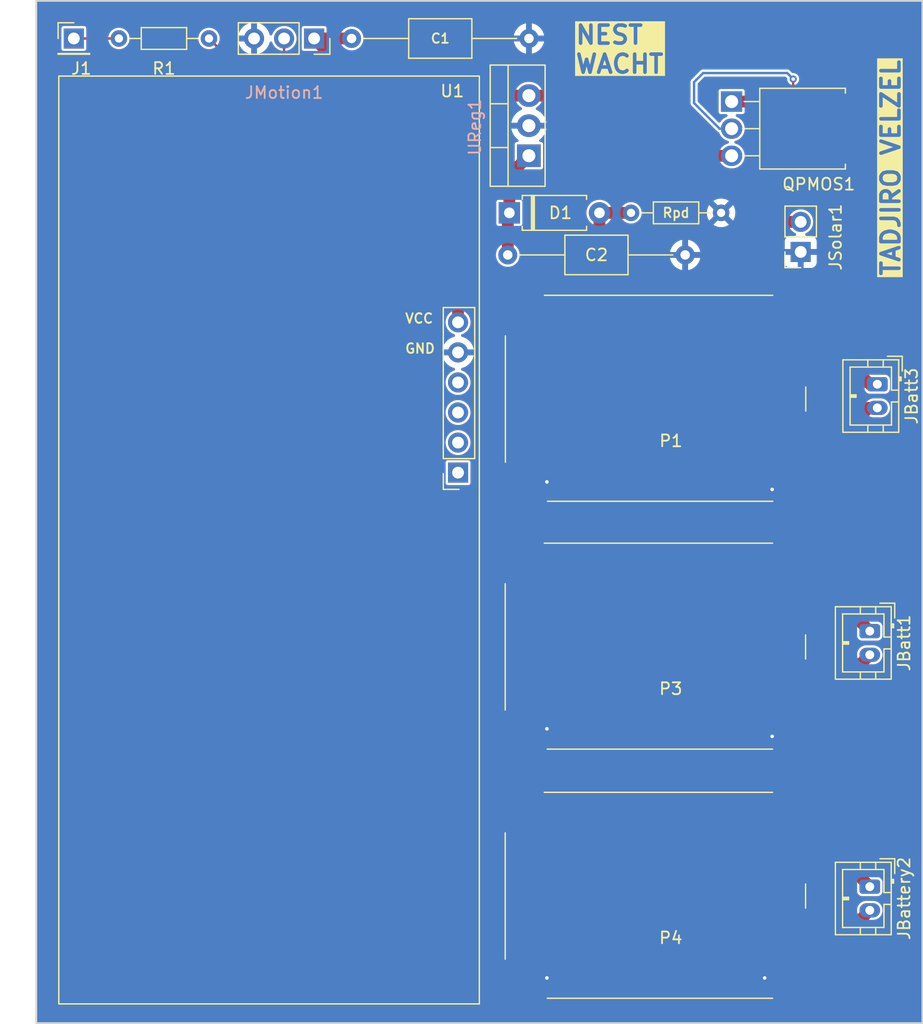
<source format=kicad_pcb>
(kicad_pcb (version 20240108) (generator "pcbnew") (generator_version "8.0")
  (layers (0 "F.Cu" signal "Front") (31 "B.Cu" signal "Back") (34 "B.Paste" user) (35 "F.Paste" user) (36 "B.SilkS" user "B.Silkscreen") (37 "F.SilkS" user "F.Silkscreen") (38 "B.Mask" user) (39 "F.Mask" user) (44 "Edge.Cuts" user))
  (net 0 "")
  (net 1 "Net-(D1-K)")
  (net 2 "/Power Supply/VSolar")
  (net 3 "Net-(JBatt1-Pin_2)")
  (net 4 "Net-(JBatt1-Pin_1)")
  (net 5 "Net-(JBatt3-Pin_2)")
  (net 6 "Net-(JBatt3-Pin_1)")
  (net 7 "Net-(JBattery2-Pin_2)")
  (net 8 "Net-(JBattery2-Pin_1)")
  (net 9 "GND")
  (net 10 "/Power Supply/Vbat")
  (net 11 "/Sensors and microcontrollers/Motion_out")
  (net 13 "Vcc")
  (net 14 "Net-(JMotion1-Pin_2)")
  (footprint "Package_TO_SOT_THT:TO-220-3_Vertical" (layer "F.Cu") (at 109.601 48.006 90)
    (property "Reference" "UReg1" (at 2.413 -4.572 270) (layer "B.SilkS"))
    (property "Value" "LD1117")
    (fp_line (start 7.66 -3.27) (end 7.66 1.371) (stroke (width 0.12)) (layer "F.SilkS"))
    (fp_line (start 4.391 -3.27) (end 4.391 -1.76) (stroke (width 0.12)) (layer "F.SilkS"))
    (fp_line (start 0.69 -3.27) (end 0.69 -1.76) (stroke (width 0.12)) (layer "F.SilkS"))
    (fp_line (start -2.58 -3.27) (end 7.66 -3.27) (stroke (width 0.12)) (layer "F.SilkS"))
    (fp_line (start -2.58 -3.27) (end -2.58 1.371) (stroke (width 0.12)) (layer "F.SilkS"))
    (fp_line (start -2.58 -1.76) (end 7.66 -1.76) (stroke (width 0.12)) (layer "F.SilkS"))
    (fp_line (start -2.58 1.371) (end 7.66 1.371) (stroke (width 0.12)) (layer "F.SilkS"))
    (pad "1" thru_hole rect (at 0 0 90) (size 1.905 2) (drill 1.1) (layers "*.Cu" "*.Mask") (net 1 "Net-(D1-K)"))
    (pad "2" thru_hole oval (at 2.54 0 90) (size 1.905 2) (drill 1.1) (layers "*.Cu" "*.Mask") (net 9 "GND"))
    (pad "3" thru_hole oval (at 5.08 0 90) (size 1.905 2) (drill 1.1) (layers "*.Cu" "*.Mask") (net 13 "Vcc"))
  )
  (footprint "components:TP4056breakout" (layer "F.Cu") (at 107.6 98.14)
    (property "Reference" "P3" (at 14 -5.1 0) (layer "F.SilkS"))
    (property "Value" "TP4056breakout")
    (fp_line (start 0 -13.97) (end 0 -3.302) (stroke (width 0.12)) (layer "F.SilkS"))
    (fp_line (start 3.556 0) (end 22.606 0) (stroke (width 0.12)) (layer "F.SilkS"))
    (fp_line (start 22.606 -17.4) (end 3.302 -17.4) (stroke (width 0.12)) (layer "F.SilkS"))
    (fp_line (start 25.4 -7.62) (end 25.4 -9.652) (stroke (width 0.12)) (layer "F.SilkS"))
    (pad "1" smd rect (at 1 -16.4) (size 4 4) (layers "F.Cu" "F.Paste" "F.Mask") (net 2 "/Power Supply/VSolar"))
    (pad "2" smd rect (at 1 -1) (size 4 4) (layers "F.Cu" "F.Paste" "F.Mask") (net 9 "GND"))
    (pad "3" smd rect (at 25.1 -16.4) (size 4 4) (layers "F.Cu" "F.Paste" "F.Mask") (net 10 "/Power Supply/Vbat"))
    (pad "4" smd rect (at 25.1 -12) (size 4 4) (layers "F.Cu" "F.Paste" "F.Mask") (net 4 "Net-(JBatt1-Pin_1)"))
    (pad "5" smd rect (at 25.1 -5.4) (size 4 4) (layers "F.Cu" "F.Paste" "F.Mask") (net 3 "Net-(JBatt1-Pin_2)"))
    (pad "6" smd rect (at 25.1 -1) (size 4 4) (layers "F.Cu" "F.Paste" "F.Mask") (net 9 "GND"))
  )
  (footprint "Resistor_THT:R_Axial_DIN0204_L3.6mm_D1.6mm_P7.62mm_Horizontal" (layer "F.Cu") (at 125.857 52.832 180)
    (property "Reference" "Rpd" (at 3.81 0 180) (layer "F.SilkS") (effects (font (size 0.8 0.8))))
    (property "Value" "47k")
    (fp_line (start 6.68 0) (end 5.73 0) (stroke (width 0.12)) (layer "F.SilkS"))
    (fp_line (start 5.73 0.92) (end 5.73 -0.92) (stroke (width 0.12)) (layer "F.SilkS"))
    (fp_line (start 5.73 -0.92) (end 1.89 -0.92) (stroke (width 0.12)) (layer "F.SilkS"))
    (fp_line (start 1.89 0.92) (end 5.73 0.92) (stroke (width 0.12)) (layer "F.SilkS"))
    (fp_line (start 1.89 -0.92) (end 1.89 0.92) (stroke (width 0.12)) (layer "F.SilkS"))
    (fp_line (start 0.94 0) (end 1.89 0) (stroke (width 0.12)) (layer "F.SilkS"))
    (pad "1" thru_hole circle (at 0 0 180) (size 1.4 1.4) (drill 0.7) (layers "*.Cu" "*.Mask") (net 9 "GND"))
    (pad "2" thru_hole oval (at 7.62 0 180) (size 1.4 1.4) (drill 0.7) (layers "*.Cu" "*.Mask") (net 2 "/Power Supply/VSolar"))
  )
  (footprint "Connector_PinSocket_2.54mm:PinSocket_1x03_P2.54mm_Vertical" (layer "F.Cu") (at 91.44 38.1 -90)
    (property "Reference" "JMotion1" (at 4.572 2.54 180) (layer "B.SilkS"))
    (property "Value" "-")
    (fp_line (start -1.33 6.41) (end 1.33 6.41) (stroke (width 0.12)) (layer "F.SilkS"))
    (fp_line (start -1.33 1.27) (end -1.33 6.41) (stroke (width 0.12)) (layer "F.SilkS"))
    (fp_line (start -1.33 1.27) (end 1.33 1.27) (stroke (width 0.12)) (layer "F.SilkS"))
    (fp_line (start 1.33 1.27) (end 1.33 6.41) (stroke (width 0.12)) (layer "F.SilkS"))
    (fp_line (start 0 -1.33) (end 1.33 -1.33) (stroke (width 0.12)) (layer "F.SilkS"))
    (fp_line (start 1.33 -1.33) (end 1.33 0) (stroke (width 0.12)) (layer "F.SilkS"))
    (pad "1" thru_hole rect (at 0 0 270) (size 1.7 1.7) (drill 1) (layers "*.Cu" "*.Mask") (net 13 "Vcc"))
    (pad "2" thru_hole oval (at 0 2.54 270) (size 1.7 1.7) (drill 1) (layers "*.Cu" "*.Mask") (net 14 "Net-(JMotion1-Pin_2)"))
    (pad "3" thru_hole oval (at 0 5.08 270) (size 1.7 1.7) (drill 1) (layers "*.Cu" "*.Mask") (net 9 "GND"))
  )
  (footprint "Transistors:TSM680P06CH" (layer "F.Cu") (at 126.746 43.43 -90)
    (property "Reference" "QPMOS1" (at 6.985 -7.366 180) (layer "F.SilkS"))
    (property "Value" "TSM680P06CH")
    (fp_line (start -1.12 -2.38) (end 5.7 -2.38) (stroke (width 0.12)) (layer "F.SilkS"))
    (fp_line (start 0 -2.38) (end 0 -1.05) (stroke (width 0.12)) (layer "F.SilkS"))
    (fp_line (start 2.29 -2.38) (end 2.29 -1.05) (stroke (width 0.12)) (layer "F.SilkS"))
    (fp_line (start 4.58 -2.38) (end 4.58 -1.05) (stroke (width 0.12)) (layer "F.SilkS"))
    (fp_line (start -1.12 -9.62) (end -1.12 -2.38) (stroke (width 0.12)) (layer "F.SilkS"))
    (fp_line (start -1.12 -9.62) (end -0.711 -9.62) (stroke (width 0.12)) (layer "F.SilkS"))
    (fp_line (start 5.291 -9.62) (end 5.7 -9.62) (stroke (width 0.12)) (layer "F.SilkS"))
    (fp_line (start 5.7 -9.62) (end 5.7 -2.38) (stroke (width 0.12)) (layer "F.SilkS"))
    (pad "1" thru_hole rect (at 0 0 270) (size 1.7175 1.8) (drill 1.1) (layers "*.Cu" "*.Mask") (net 2 "/Power Supply/VSolar"))
    (pad "2" smd rect (at 2.29 -7.433333 270) (size 5.7 6.2) (layers "F.Cu" "F.Paste" "F.Mask") (net 10 "/Power Supply/Vbat"))
    (pad "2" thru_hole oval (at 2.29 0 270) (size 1.7175 1.8) (drill 1.1) (layers "*.Cu" "*.Mask") (net 10 "/Power Supply/Vbat"))
    (pad "3" thru_hole oval (at 4.58 0 270) (size 1.7175 1.8) (drill 1.1) (layers "*.Cu" "*.Mask") (net 13 "Vcc"))
  )
  (footprint "Connector_JST:JST_PH_B2B-PH-K_1x02_P2.00mm_Vertical" (layer "F.Cu") (at 138.43 88.17 -90)
    (property "Reference" "JBatt1" (at 1 -2.9 90) (layer "F.SilkS"))
    (property "Value" "Batt3")
    (fp_line (start -2.06 2.91) (end 4.06 2.91) (stroke (width 0.12)) (layer "F.SilkS"))
    (fp_line (start 4.06 2.91) (end 4.06 -1.81) (stroke (width 0.12)) (layer "F.SilkS"))
    (fp_line (start -1.45 2.3) (end 3.45 2.3) (stroke (width 0.12)) (layer "F.SilkS"))
    (fp_line (start 0.9 2.3) (end 0.9 1.8) (stroke (width 0.12)) (layer "F.SilkS"))
    (fp_line (start 1 2.3) (end 1 1.8) (stroke (width 0.12)) (layer "F.SilkS"))
    (fp_line (start 3.45 2.3) (end 3.45 -1.2) (stroke (width 0.12)) (layer "F.SilkS"))
    (fp_line (start 0.9 1.8) (end 1.1 1.8) (stroke (width 0.12)) (layer "F.SilkS"))
    (fp_line (start 1.1 1.8) (end 1.1 2.3) (stroke (width 0.12)) (layer "F.SilkS"))
    (fp_line (start -2.06 0.8) (end -1.45 0.8) (stroke (width 0.12)) (layer "F.SilkS"))
    (fp_line (start 4.06 0.8) (end 3.45 0.8) (stroke (width 0.12)) (layer "F.SilkS"))
    (fp_line (start -2.06 -0.5) (end -1.45 -0.5) (stroke (width 0.12)) (layer "F.SilkS"))
    (fp_line (start 4.06 -0.5) (end 3.45 -0.5) (stroke (width 0.12)) (layer "F.SilkS"))
    (fp_line (start -1.45 -1.2) (end -1.45 2.3) (stroke (width 0.12)) (layer "F.SilkS"))
    (fp_line (start 0.5 -1.2) (end -1.45 -1.2) (stroke (width 0.12)) (layer "F.SilkS"))
    (fp_line (start 1.5 -1.2) (end 1.5 -1.81) (stroke (width 0.12)) (layer "F.SilkS"))
    (fp_line (start 3.45 -1.2) (end 1.5 -1.2) (stroke (width 0.12)) (layer "F.SilkS"))
    (fp_line (start -2.06 -1.81) (end -2.06 2.91) (stroke (width 0.12)) (layer "F.SilkS"))
    (fp_line (start -0.3 -1.81) (end -0.3 -2.01) (stroke (width 0.12)) (layer "F.SilkS"))
    (fp_line (start 0.5 -1.81) (end 0.5 -1.2) (stroke (width 0.12)) (layer "F.SilkS"))
    (fp_line (start 4.06 -1.81) (end -2.06 -1.81) (stroke (width 0.12)) (layer "F.SilkS"))
    (fp_line (start -0.3 -1.91) (end -0.6 -1.91) (stroke (width 0.12)) (layer "F.SilkS"))
    (fp_line (start -0.6 -2.01) (end -0.6 -1.81) (stroke (width 0.12)) (layer "F.SilkS"))
    (fp_line (start -0.3 -2.01) (end -0.6 -2.01) (stroke (width 0.12)) (layer "F.SilkS"))
    (fp_line (start -2.36 -2.11) (end -2.36 -0.86) (stroke (width 0.12)) (layer "F.SilkS"))
    (fp_line (start -1.11 -2.11) (end -2.36 -2.11) (stroke (width 0.12)) (layer "F.SilkS"))
    (pad "1" thru_hole roundrect (at 0 0 270) (size 1.2 1.75) (drill 0.75) (layers "*.Cu" "*.Mask") (roundrect_rratio 0.208333) (net 4 "Net-(JBatt1-Pin_1)"))
    (pad "2" thru_hole oval (at 2 0 270) (size 1.2 1.75) (drill 0.75) (layers "*.Cu" "*.Mask") (net 3 "Net-(JBatt1-Pin_2)"))
  )
  (footprint "Connector_JST:JST_PH_B2B-PH-K_1x02_P2.00mm_Vertical" (layer "F.Cu") (at 139.065 67.31 -90)
    (property "Reference" "JBatt3" (at 1 -2.9 90) (layer "F.SilkS"))
    (property "Value" "Batt1")
    (fp_line (start -2.06 2.91) (end 4.06 2.91) (stroke (width 0.12)) (layer "F.SilkS"))
    (fp_line (start 4.06 2.91) (end 4.06 -1.81) (stroke (width 0.12)) (layer "F.SilkS"))
    (fp_line (start -1.45 2.3) (end 3.45 2.3) (stroke (width 0.12)) (layer "F.SilkS"))
    (fp_line (start 0.9 2.3) (end 0.9 1.8) (stroke (width 0.12)) (layer "F.SilkS"))
    (fp_line (start 1 2.3) (end 1 1.8) (stroke (width 0.12)) (layer "F.SilkS"))
    (fp_line (start 3.45 2.3) (end 3.45 -1.2) (stroke (width 0.12)) (layer "F.SilkS"))
    (fp_line (start 0.9 1.8) (end 1.1 1.8) (stroke (width 0.12)) (layer "F.SilkS"))
    (fp_line (start 1.1 1.8) (end 1.1 2.3) (stroke (width 0.12)) (layer "F.SilkS"))
    (fp_line (start -2.06 0.8) (end -1.45 0.8) (stroke (width 0.12)) (layer "F.SilkS"))
    (fp_line (start 4.06 0.8) (end 3.45 0.8) (stroke (width 0.12)) (layer "F.SilkS"))
    (fp_line (start -2.06 -0.5) (end -1.45 -0.5) (stroke (width 0.12)) (layer "F.SilkS"))
    (fp_line (start 4.06 -0.5) (end 3.45 -0.5) (stroke (width 0.12)) (layer "F.SilkS"))
    (fp_line (start -1.45 -1.2) (end -1.45 2.3) (stroke (width 0.12)) (layer "F.SilkS"))
    (fp_line (start 0.5 -1.2) (end -1.45 -1.2) (stroke (width 0.12)) (layer "F.SilkS"))
    (fp_line (start 1.5 -1.2) (end 1.5 -1.81) (stroke (width 0.12)) (layer "F.SilkS"))
    (fp_line (start 3.45 -1.2) (end 1.5 -1.2) (stroke (width 0.12)) (layer "F.SilkS"))
    (fp_line (start -2.06 -1.81) (end -2.06 2.91) (stroke (width 0.12)) (layer "F.SilkS"))
    (fp_line (start -0.3 -1.81) (end -0.3 -2.01) (stroke (width 0.12)) (layer "F.SilkS"))
    (fp_line (start 0.5 -1.81) (end 0.5 -1.2) (stroke (width 0.12)) (layer "F.SilkS"))
    (fp_line (start 4.06 -1.81) (end -2.06 -1.81) (stroke (width 0.12)) (layer "F.SilkS"))
    (fp_line (start -0.3 -1.91) (end -0.6 -1.91) (stroke (width 0.12)) (layer "F.SilkS"))
    (fp_line (start -0.6 -2.01) (end -0.6 -1.81) (stroke (width 0.12)) (layer "F.SilkS"))
    (fp_line (start -0.3 -2.01) (end -0.6 -2.01) (stroke (width 0.12)) (layer "F.SilkS"))
    (fp_line (start -2.36 -2.11) (end -2.36 -0.86) (stroke (width 0.12)) (layer "F.SilkS"))
    (fp_line (start -1.11 -2.11) (end -2.36 -2.11) (stroke (width 0.12)) (layer "F.SilkS"))
    (pad "1" thru_hole roundrect (at 0 0 270) (size 1.2 1.75) (drill 0.75) (layers "*.Cu" "*.Mask") (roundrect_rratio 0.208333) (net 6 "Net-(JBatt3-Pin_1)"))
    (pad "2" thru_hole oval (at 2 0 270) (size 1.2 1.75) (drill 0.75) (layers "*.Cu" "*.Mask") (net 5 "Net-(JBatt3-Pin_2)"))
  )
  (footprint "Capacitor_THT:C_Axial_L5.1mm_D3.1mm_P15.00mm_Horizontal" (layer "F.Cu") (at 94.608 38.1)
    (property "Reference" "C1" (at 7.5 0 0) (layer "F.SilkS") (effects (font (size 0.8 0.8))))
    (property "Value" "100u")
    (fp_line (start 1.04 0) (end 4.83 0) (stroke (width 0.12)) (layer "F.SilkS"))
    (fp_line (start 4.83 -1.67) (end 4.83 1.67) (stroke (width 0.12)) (layer "F.SilkS"))
    (fp_line (start 4.83 1.67) (end 10.17 1.67) (stroke (width 0.12)) (layer "F.SilkS"))
    (fp_line (start 10.17 -1.67) (end 4.83 -1.67) (stroke (width 0.12)) (layer "F.SilkS"))
    (fp_line (start 10.17 1.67) (end 10.17 -1.67) (stroke (width 0.12)) (layer "F.SilkS"))
    (fp_line (start 13.96 0) (end 10.17 0) (stroke (width 0.12)) (layer "F.SilkS"))
    (pad "1" thru_hole circle (at 0 0) (size 1.6 1.6) (drill 0.8) (layers "*.Cu" "*.Mask") (net 13 "Vcc"))
    (pad "2" thru_hole oval (at 15 0) (size 1.6 1.6) (drill 0.8) (layers "*.Cu" "*.Mask") (net 9 "GND"))
  )
  (footprint "Resistor_THT:R_Axial_DIN0204_L3.6mm_D1.6mm_P7.62mm_Horizontal" (layer "F.Cu") (at 74.93 38.1)
    (property "Reference" "R1" (at 3.81 2.54 0) (layer "F.SilkS"))
    (property "Value" "4.7k")
    (fp_line (start 0.94 0) (end 1.89 0) (stroke (width 0.12)) (layer "F.SilkS"))
    (fp_line (start 1.89 -0.92) (end 1.89 0.92) (stroke (width 0.12)) (layer "F.SilkS"))
    (fp_line (start 1.89 0.92) (end 5.73 0.92) (stroke (width 0.12)) (layer "F.SilkS"))
    (fp_line (start 5.73 -0.92) (end 1.89 -0.92) (stroke (width 0.12)) (layer "F.SilkS"))
    (fp_line (start 5.73 0.92) (end 5.73 -0.92) (stroke (width 0.12)) (layer "F.SilkS"))
    (fp_line (start 6.68 0) (end 5.73 0) (stroke (width 0.12)) (layer "F.SilkS"))
    (pad "1" thru_hole circle (at 0 0) (size 1.4 1.4) (drill 0.7) (layers "*.Cu" "*.Mask") (net 11 "/Sensors and microcontrollers/Motion_out"))
    (pad "2" thru_hole oval (at 7.62 0) (size 1.4 1.4) (drill 0.7) (layers "*.Cu" "*.Mask") (net 14 "Net-(JMotion1-Pin_2)"))
  )
  (footprint "components:TP4056breakout" (layer "F.Cu") (at 107.6 119.19)
    (property "Reference" "P4" (at 14 -5.1 0) (layer "F.SilkS"))
    (property "Value" "TP4056breakout")
    (fp_line (start 0 -13.97) (end 0 -3.302) (stroke (width 0.12)) (layer "F.SilkS"))
    (fp_line (start 3.556 0) (end 22.606 0) (stroke (width 0.12)) (layer "F.SilkS"))
    (fp_line (start 22.606 -17.4) (end 3.302 -17.4) (stroke (width 0.12)) (layer "F.SilkS"))
    (fp_line (start 25.4 -7.62) (end 25.4 -9.652) (stroke (width 0.12)) (layer "F.SilkS"))
    (pad "1" smd rect (at 1 -16.4) (size 4 4) (layers "F.Cu" "F.Paste" "F.Mask") (net 2 "/Power Supply/VSolar"))
    (pad "2" smd rect (at 1 -1) (size 4 4) (layers "F.Cu" "F.Paste" "F.Mask") (net 9 "GND"))
    (pad "3" smd rect (at 25.1 -16.4) (size 4 4) (layers "F.Cu" "F.Paste" "F.Mask") (net 10 "/Power Supply/Vbat"))
    (pad "4" smd rect (at 25.1 -12) (size 4 4) (layers "F.Cu" "F.Paste" "F.Mask") (net 8 "Net-(JBattery2-Pin_1)"))
    (pad "5" smd rect (at 25.1 -5.4) (size 4 4) (layers "F.Cu" "F.Paste" "F.Mask") (net 7 "Net-(JBattery2-Pin_2)"))
    (pad "6" smd rect (at 25.1 -1) (size 4 4) (layers "F.Cu" "F.Paste" "F.Mask") (net 9 "GND"))
  )
  (footprint "Connector_PinHeader_2.54mm:PinHeader_1x01_P2.54mm_Vertical" (layer "F.Cu") (at 71.12 38.1)
    (property "Reference" "J1" (at 0.635 2.54 0) (layer "F.SilkS"))
    (property "Value" "Conn_01x01_Pin")
    (fp_line (start -1.33 -1.33) (end 0 -1.33) (stroke (width 0.12)) (layer "F.SilkS"))
    (fp_line (start -1.33 0) (end -1.33 -1.33) (stroke (width 0.12)) (layer "F.SilkS"))
    (fp_line (start -1.33 1.27) (end -1.33 1.33) (stroke (width 0.12)) (layer "F.SilkS"))
    (fp_line (start -1.33 1.27) (end 1.33 1.27) (stroke (width 0.12)) (layer "F.SilkS"))
    (fp_line (start -1.33 1.33) (end 1.33 1.33) (stroke (width 0.12)) (layer "F.SilkS"))
    (fp_line (start 1.33 1.27) (end 1.33 1.33) (stroke (width 0.12)) (layer "F.SilkS"))
    (pad "1" thru_hole rect (at 0 0) (size 1.7 1.7) (drill 1) (layers "*.Cu" "*.Mask") (net 11 "/Sensors and microcontrollers/Motion_out"))
  )
  (footprint "Capacitor_THT:C_Axial_L5.1mm_D3.1mm_P15.00mm_Horizontal" (layer "F.Cu") (at 107.816 56.388)
    (property "Reference" "C2" (at 7.5 0 0) (layer "F.SilkS"))
    (property "Value" "10u")
    (fp_line (start 1.04 0) (end 4.83 0) (stroke (width 0.12)) (layer "F.SilkS"))
    (fp_line (start 4.83 -1.67) (end 4.83 1.67) (stroke (width 0.12)) (layer "F.SilkS"))
    (fp_line (start 4.83 1.67) (end 10.17 1.67) (stroke (width 0.12)) (layer "F.SilkS"))
    (fp_line (start 10.17 -1.67) (end 4.83 -1.67) (stroke (width 0.12)) (layer "F.SilkS"))
    (fp_line (start 10.17 1.67) (end 10.17 -1.67) (stroke (width 0.12)) (layer "F.SilkS"))
    (fp_line (start 13.96 0) (end 10.17 0) (stroke (width 0.12)) (layer "F.SilkS"))
    (pad "1" thru_hole circle (at 0 0) (size 1.6 1.6) (drill 0.8) (layers "*.Cu" "*.Mask") (net 1 "Net-(D1-K)"))
    (pad "2" thru_hole oval (at 15 0) (size 1.6 1.6) (drill 0.8) (layers "*.Cu" "*.Mask") (net 9 "GND"))
  )
  (footprint "LilyGo:TSimCam" (layer "F.Cu") (at 105.41 41.275 180)
    (property "Reference" "U1" (at 2.286 -1.27 0) (layer "F.SilkS"))
    (property "Value" "T-simcam")
    (fp_line (start 3.048 -32.318) (end 3.048 -19.558) (stroke (width 0.12)) (layer "F.SilkS"))
    (fp_line (start 3.048 -34.918) (end 3.048 -33.588) (stroke (width 0.12)) (layer "F.SilkS"))
    (fp_line (start 1.718 -34.918) (end 3.048 -34.918) (stroke (width 0.12)) (layer "F.SilkS"))
    (fp_line (start 0.388 -19.558) (end 3.048 -19.558) (stroke (width 0.12)) (layer "F.SilkS"))
    (fp_line (start 0.388 -32.318) (end 3.048 -32.318) (stroke (width 0.12)) (layer "F.SilkS"))
    (fp_line (start 0.388 -32.318) (end 0.388 -19.558) (stroke (width 0.12)) (layer "F.SilkS"))
    (fp_rect (start 0 -78.392) (end 35.56 0) (stroke (width 0.12)) (fill none) (layer "F.SilkS"))
    (pad "1" thru_hole rect (at 1.8 -33.506 180) (size 1.7 1.7) (drill 1) (layers "*.Cu" "*.Mask"))
    (pad "2" thru_hole oval (at 1.8 -30.966 180) (size 1.7 1.7) (drill 1) (layers "*.Cu" "*.Mask"))
    (pad "3" thru_hole oval (at 1.8 -28.426 180) (size 1.7 1.7) (drill 1) (layers "*.Cu" "*.Mask"))
    (pad "4" thru_hole oval (at 1.8 -25.886 180) (size 1.7 1.7) (drill 1) (layers "*.Cu" "*.Mask"))
    (pad "5" thru_hole oval (at 1.8 -23.346 180) (size 1.7 1.7) (drill 1) (layers "*.Cu" "*.Mask") (net 9 "GND"))
    (pad "6" thru_hole oval (at 1.8 -20.806 180) (size 1.7 1.7) (drill 1) (layers "*.Cu" "*.Mask") (net 13 "Vcc"))
  )
  (footprint "Diode_THT:D_A-405_P7.62mm_Horizontal" (layer "F.Cu") (at 107.95 52.832)
    (property "Reference" "D1" (at 4.318 0 0) (layer "F.SilkS"))
    (property "Value" "D_Schot")
    (fp_line (start 1.09 -1.47) (end 6.53 -1.47) (stroke (width 0.12)) (layer "F.SilkS"))
    (fp_line (start 1.09 -1.14) (end 1.09 -1.47) (stroke (width 0.12)) (layer "F.SilkS"))
    (fp_line (start 1.09 1.14) (end 1.09 1.47) (stroke (width 0.12)) (layer "F.SilkS"))
    (fp_line (start 1.09 1.47) (end 6.53 1.47) (stroke (width 0.12)) (layer "F.SilkS"))
    (fp_line (start 1.87 -1.47) (end 1.87 1.47) (stroke (width 0.12)) (layer "F.SilkS"))
    (fp_line (start 1.99 -1.47) (end 1.99 1.47) (stroke (width 0.12)) (layer "F.SilkS"))
    (fp_line (start 2.11 -1.47) (end 2.11 1.47) (stroke (width 0.12)) (layer "F.SilkS"))
    (fp_line (start 6.53 -1.47) (end 6.53 -1.14) (stroke (width 0.12)) (layer "F.SilkS"))
    (fp_line (start 6.53 1.47) (end 6.53 1.14) (stroke (width 0.12)) (layer "F.SilkS"))
    (pad "1" thru_hole rect (at 0 0) (size 1.8 1.8) (drill 0.9) (layers "*.Cu" "*.Mask") (net 1 "Net-(D1-K)"))
    (pad "2" thru_hole oval (at 7.62 0) (size 1.8 1.8) (drill 0.9) (layers "*.Cu" "*.Mask") (net 2 "/Power Supply/VSolar"))
  )
  (footprint "Connector_JST:JST_PH_B2B-PH-K_1x02_P2.00mm_Vertical" (layer "F.Cu") (at 138.43 109.76 -90)
    (property "Reference" "JBattery2" (at 1 -2.9 90) (layer "F.SilkS"))
    (property "Value" "JBatt2")
    (fp_line (start -2.06 2.91) (end 4.06 2.91) (stroke (width 0.12)) (layer "F.SilkS"))
    (fp_line (start 4.06 2.91) (end 4.06 -1.81) (stroke (width 0.12)) (layer "F.SilkS"))
    (fp_line (start -1.45 2.3) (end 3.45 2.3) (stroke (width 0.12)) (layer "F.SilkS"))
    (fp_line (start 0.9 2.3) (end 0.9 1.8) (stroke (width 0.12)) (layer "F.SilkS"))
    (fp_line (start 1 2.3) (end 1 1.8) (stroke (width 0.12)) (layer "F.SilkS"))
    (fp_line (start 3.45 2.3) (end 3.45 -1.2) (stroke (width 0.12)) (layer "F.SilkS"))
    (fp_line (start 0.9 1.8) (end 1.1 1.8) (stroke (width 0.12)) (layer "F.SilkS"))
    (fp_line (start 1.1 1.8) (end 1.1 2.3) (stroke (width 0.12)) (layer "F.SilkS"))
    (fp_line (start -2.06 0.8) (end -1.45 0.8) (stroke (width 0.12)) (layer "F.SilkS"))
    (fp_line (start 4.06 0.8) (end 3.45 0.8) (stroke (width 0.12)) (layer "F.SilkS"))
    (fp_line (start -2.06 -0.5) (end -1.45 -0.5) (stroke (width 0.12)) (layer "F.SilkS"))
    (fp_line (start 4.06 -0.5) (end 3.45 -0.5) (stroke (width 0.12)) (layer "F.SilkS"))
    (fp_line (start -1.45 -1.2) (end -1.45 2.3) (stroke (width 0.12)) (layer "F.SilkS"))
    (fp_line (start 0.5 -1.2) (end -1.45 -1.2) (stroke (width 0.12)) (layer "F.SilkS"))
    (fp_line (start 1.5 -1.2) (end 1.5 -1.81) (stroke (width 0.12)) (layer "F.SilkS"))
    (fp_line (start 3.45 -1.2) (end 1.5 -1.2) (stroke (width 0.12)) (layer "F.SilkS"))
    (fp_line (start -2.06 -1.81) (end -2.06 2.91) (stroke (width 0.12)) (layer "F.SilkS"))
    (fp_line (start -0.3 -1.81) (end -0.3 -2.01) (stroke (width 0.12)) (layer "F.SilkS"))
    (fp_line (start 0.5 -1.81) (end 0.5 -1.2) (stroke (width 0.12)) (layer "F.SilkS"))
    (fp_line (start 4.06 -1.81) (end -2.06 -1.81) (stroke (width 0.12)) (layer "F.SilkS"))
    (fp_line (start -0.3 -1.91) (end -0.6 -1.91) (stroke (width 0.12)) (layer "F.SilkS"))
    (fp_line (start -0.6 -2.01) (end -0.6 -1.81) (stroke (width 0.12)) (layer "F.SilkS"))
    (fp_line (start -0.3 -2.01) (end -0.6 -2.01) (stroke (width 0.12)) (layer "F.SilkS"))
    (fp_line (start -2.36 -2.11) (end -2.36 -0.86) (stroke (width 0.12)) (layer "F.SilkS"))
    (fp_line (start -1.11 -2.11) (end -2.36 -2.11) (stroke (width 0.12)) (layer "F.SilkS"))
    (pad "1" thru_hole roundrect (at 0 0 270) (size 1.2 1.75) (drill 0.75) (layers "*.Cu" "*.Mask") (roundrect_rratio 0.208333) (net 8 "Net-(JBattery2-Pin_1)"))
    (pad "2" thru_hole oval (at 2 0 270) (size 1.2 1.75) (drill 0.75) (layers "*.Cu" "*.Mask") (net 7 "Net-(JBattery2-Pin_2)"))
  )
  (footprint "components:TP4056breakout" (layer "F.Cu") (at 107.615 77.2)
    (property "Reference" "P1" (at 14 -5.1 0) (layer "F.SilkS"))
    (property "Value" "TP4056breakout")
    (fp_line (start 0 -13.97) (end 0 -3.302) (stroke (width 0.12)) (layer "F.SilkS"))
    (fp_line (start 3.556 0) (end 22.606 0) (stroke (width 0.12)) (layer "F.SilkS"))
    (fp_line (start 22.606 -17.4) (end 3.302 -17.4) (stroke (width 0.12)) (layer "F.SilkS"))
    (fp_line (start 25.4 -7.62) (end 25.4 -9.652) (stroke (width 0.12)) (layer "F.SilkS"))
    (pad "1" smd rect (at 1 -16.4) (size 4 4) (layers "F.Cu" "F.Paste" "F.Mask") (net 2 "/Power Supply/VSolar"))
    (pad "2" smd rect (at 1 -1) (size 4 4) (layers "F.Cu" "F.Paste" "F.Mask") (net 9 "GND"))
    (pad "3" smd rect (at 25.1 -16.4) (size 4 4) (layers "F.Cu" "F.Paste" "F.Mask") (net 10 "/Power Supply/Vbat"))
    (pad "4" smd rect (at 25.1 -12) (size 4 4) (layers "F.Cu" "F.Paste" "F.Mask") (net 6 "Net-(JBatt3-Pin_1)"))
    (pad "5" smd rect (at 25.1 -5.4) (size 4 4) (layers "F.Cu" "F.Paste" "F.Mask") (net 5 "Net-(JBatt3-Pin_2)"))
    (pad "6" smd rect (at 25.1 -1) (size 4 4) (layers "F.Cu" "F.Paste" "F.Mask") (net 9 "GND"))
  )
  (footprint "Connector_PinSocket_2.54mm:PinSocket_1x02_P2.54mm_Vertical" (layer "F.Cu") (at 132.588 56.134 180)
    (property "Reference" "JSolar1" (at -2.946 1.25 -90) (layer "F.SilkS"))
    (property "Value" "Conn_01x02_Female")
    (fp_line (start 1.33 1.27) (end 1.33 3.87) (stroke (width 0.12)) (layer "F.SilkS"))
    (fp_line (start 1.33 -1.33) (end 1.33 0) (stroke (width 0.12)) (layer "F.SilkS"))
    (fp_line (start 0 -1.33) (end 1.33 -1.33) (stroke (width 0.12)) (layer "F.SilkS"))
    (fp_line (start -1.33 3.87) (end 1.33 3.87) (stroke (width 0.12)) (layer "F.SilkS"))
    (fp_line (start -1.33 1.27) (end 1.33 1.27) (stroke (width 0.12)) (layer "F.SilkS"))
    (fp_line (start -1.33 1.27) (end -1.33 3.87) (stroke (width 0.12)) (layer "F.SilkS"))
    (pad "1" thru_hole rect (at 0 0 180) (size 1.7 1.7) (drill 1) (layers "*.Cu" "*.Mask") (net 9 "GND"))
    (pad "2" thru_hole oval (at 0 2.54 180) (size 1.7 1.7) (drill 1) (layers "*.Cu" "*.Mask") (net 2 "/Power Supply/VSolar"))
  )
  (gr_rect (start 67.945 34.925) (end 142.875 121.285) (stroke (width 0.1524)) (fill none) (layer "Edge.Cuts"))
  (gr_text "NEST\nWACHT" (at 113.411 41.148 0) (layer "F.SilkS" knockout) (effects (font (size 1.524 1.524) (thickness 0.3048) (bold yes)) (justify left bottom)))
  (gr_text "TADJIRO VELZEL" (at 141.097 58.293 90) (layer "F.SilkS" knockout) (effects (font (size 1.524 1.524) (thickness 0.3048) (bold yes)) (justify left bottom)))
  (gr_text "VCC\n" (at 99.06 62.23 0) (layer "F.SilkS") (effects (font (size 0.8128 0.8128) (thickness 0.1524) (bold yes)) (justify left bottom)))
  (gr_text "GND\n" (at 99.06 64.77 0) (layer "F.SilkS") (effects (font (size 0.8128 0.8128) (thickness 0.1524) (bold yes)) (justify left bottom)))
  (segment (start 107.95 52.832) (end 107.95 49.657) (width 1) (layer "F.Cu") (net 1))
  (segment (start 107.816 52.966) (end 107.95 52.832) (width 1) (layer "F.Cu") (net 1))
  (segment (start 107.816 56.388) (end 107.816 52.966) (width 1) (layer "F.Cu") (net 1))
  (segment (start 107.95 49.657) (end 109.601 48.006) (width 1) (layer "F.Cu") (net 1))
  (segment (start 114.935 59.817) (end 113.665 61.087) (width 1) (layer "F.Cu") (net 2))
  (segment (start 113.665 93.345) (end 113.665 100.965) (width 1) (layer "F.Cu") (net 2))
  (segment (start 113.665 93.345) (end 113.665 67.056) (width 1) (layer "F.Cu") (net 2))
  (segment (start 108.6 60.88) (end 108.6 60.975) (width 1) (layer "F.Cu") (net 2))
  (segment (start 129.413 52.197) (end 130.81 53.594) (width 1) (layer "F.Cu") (net 2))
  (segment (start 113.665 61.087) (end 113.665 67.056) (width 1) (layer "F.Cu") (net 2))
  (segment (start 113.665 100.965) (end 111.84 102.79) (width 1) (layer "F.Cu") (net 2))
  (segment (start 113.665 65.85) (end 108.615 60.8) (width 1) (layer "F.Cu") (net 2))
  (segment (start 115.57 52.832) (end 115.57 59.182) (width 1) (layer "F.Cu") (net 2))
  (segment (start 108.6 88.28) (end 113.665 93.345) (width 1) (layer "F.Cu") (net 2))
  (segment (start 128.647 43.43) (end 129.413 44.196) (width 1) (layer "F.Cu") (net 2))
  (segment (start 126.746 43.43) (end 128.647 43.43) (width 1) (layer "F.Cu") (net 2))
  (segment (start 129.413 44.196) (end 129.413 52.197) (width 1) (layer "F.Cu") (net 2))
  (segment (start 111.84 102.79) (end 108.6 102.79) (width 1) (layer "F.Cu") (net 2))
  (segment (start 115.57 59.182) (end 113.665 61.087) (width 1) (layer "F.Cu") (net 2))
  (segment (start 108.6 81.74) (end 108.6 88.28) (width 1) (layer "F.Cu") (net 2))
  (segment (start 130.81 53.594) (end 124.587 59.817) (width 1) (layer "F.Cu") (net 2))
  (segment (start 124.587 59.817) (end 114.935 59.817) (width 1) (layer "F.Cu") (net 2))
  (segment (start 115.57 52.832) (end 118.237 52.832) (width 1) (layer "F.Cu") (net 2))
  (segment (start 132.588 53.594) (end 130.81 53.594) (width 1) (layer "F.Cu") (net 2))
  (segment (start 135.255 92.71) (end 135.225 92.74) (width 1) (layer "F.Cu") (net 3))
  (segment (start 138.43 90.17) (end 135.89 92.71) (width 1) (layer "F.Cu") (net 3))
  (segment (start 135.89 92.71) (end 135.255 92.71) (width 1) (layer "F.Cu") (net 3))
  (segment (start 135.225 92.74) (end 132.7 92.74) (width 1) (layer "F.Cu") (net 3))
  (segment (start 136.366 86.106) (end 136.332 86.14) (width 1) (layer "F.Cu") (net 4))
  (segment (start 138.43 88.17) (end 136.366 86.106) (width 1) (layer "F.Cu") (net 4))
  (segment (start 136.332 86.14) (end 132.7 86.14) (width 1) (layer "F.Cu") (net 4))
  (segment (start 136.4 71.245) (end 132.7 71.245) (width 1) (layer "F.Cu") (net 5))
  (segment (start 138.43 69.31) (end 138.335 69.31) (width 1) (layer "F.Cu") (net 5))
  (segment (start 138.335 69.31) (end 136.4 71.245) (width 1) (layer "F.Cu") (net 5))
  (segment (start 138.43 67.31) (end 135.765 64.645) (width 1) (layer "F.Cu") (net 6))
  (segment (start 135.765 64.645) (end 132.7 64.645) (width 1) (layer "F.Cu") (net 6))
  (segment (start 136.4 113.79) (end 138.43 111.76) (width 1) (layer "F.Cu") (net 7))
  (segment (start 132.7 113.79) (end 136.4 113.79) (width 1) (layer "F.Cu") (net 7))
  (segment (start 135.86 107.19) (end 138.43 109.76) (width 1) (layer "F.Cu") (net 8))
  (segment (start 132.7 107.19) (end 135.86 107.19) (width 1) (layer "F.Cu") (net 8))
  (segment (start 110.41 118.19) (end 111.125 117.475) (width 1) (layer "F.Cu") (net 9))
  (segment (start 110.41 76.28) (end 111.125 75.565) (width 1) (layer "F.Cu") (net 9))
  (segment (start 108.6 118.19) (end 110.41 118.19) (width 1) (layer "F.Cu") (net 9))
  (segment (start 108.6 97.14) (end 110.41 97.14) (width 1) (layer "F.Cu") (net 9))
  (segment (start 132.7 97.14) (end 130.255 97.14) (width 1) (layer "F.Cu") (net 9))
  (segment (start 130.255 118.19) (end 129.54 117.475) (width 1) (layer "F.Cu") (net 9))
  (segment (start 108.6 76.28) (end 110.41 76.28) (width 1) (layer "F.Cu") (net 9))
  (segment (start 130.255 76.28) (end 130.175 76.2) (width 1) (layer "F.Cu") (net 9))
  (segment (start 110.41 97.14) (end 111.125 96.425) (width 1) (layer "F.Cu") (net 9))
  (segment (start 130.255 97.14) (end 130.175 97.06) (width 1) (layer "F.Cu") (net 9))
  (segment (start 132.7 118.19) (end 130.255 118.19) (width 1) (layer "F.Cu") (net 9))
  (segment (start 132.7 76.28) (end 130.255 76.28) (width 1) (layer "F.Cu") (net 9))
  (via (at 111.125 96.425) (size 0.6) (drill 0.3) (layers "F.Cu" "B.Cu") (net 9))
  (via (at 130.175 97.06) (size 0.6) (drill 0.3) (layers "F.Cu" "B.Cu") (net 9))
  (via (at 129.54 117.475) (size 0.6) (drill 0.3) (layers "F.Cu" "B.Cu") (net 9))
  (via (at 111.125 117.475) (size 0.6) (drill 0.3) (layers "F.Cu" "B.Cu") (net 9))
  (via (at 111.125 75.565) (size 0.6) (drill 0.3) (layers "F.Cu" "B.Cu") (net 9))
  (via (at 130.175 76.2) (size 0.6) (drill 0.3) (layers "F.Cu" "B.Cu") (net 9))
  (segment (start 131.953 43.493667) (end 134.179333 45.72) (width 0.2) (layer "F.Cu") (net 10))
  (segment (start 138.303 59.055) (end 136.558 60.8) (width 1) (layer "F.Cu") (net 10))
  (segment (start 136.558 60.8) (end 132.715 60.8) (width 1) (layer "F.Cu") (net 10))
  (segment (start 127 97.09) (end 132.7 102.79) (width 1) (layer "F.Cu") (net 10))
  (segment (start 134.179333 48.327333) (end 138.303 52.451) (width 1) (layer "F.Cu") (net 10))
  (segment (start 127 63.515) (end 127 84.44) (width 1) (layer "F.Cu") (net 10))
  (segment (start 132.715 60.8) (end 129.715 60.8) (width 1) (layer "F.Cu") (net 10))
  (segment (start 132.7 81.74) (end 129.7 81.74) (width 1) (layer "F.Cu") (net 10))
  (segment (start 129.715 60.8) (end 127 63.515) (width 1) (layer "F.Cu") (net 10))
  (segment (start 134.179333 45.72) (end 134.179333 48.327333) (width 1) (layer "F.Cu") (net 10))
  (segment (start 127 84.44) (end 127 97.09) (width 1) (layer "F.Cu") (net 10))
  (segment (start 138.303 52.451) (end 138.303 59.055) (width 1) (layer "F.Cu") (net 10))
  (segment (start 131.953 41.529) (end 131.953 43.493667) (width 0.2) (layer "F.Cu") (net 10))
  (segment (start 129.7 81.74) (end 127 84.44) (width 1) (layer "F.Cu") (net 10))
  (via (at 131.953 41.529) (size 0.6) (drill 0.3) (layers "F.Cu" "B.Cu") (net 10))
  (segment (start 125.73 45.72) (end 123.571 43.561) (width 0.2) (layer "B.Cu") (net 10))
  (segment (start 123.571 43.561) (end 123.571 41.783) (width 0.2) (layer "B.Cu") (net 10))
  (segment (start 123.571 41.783) (end 124.333 41.021) (width 0.2) (layer "B.Cu") (net 10))
  (segment (start 131.445 41.021) (end 131.953 41.529) (width 0.2) (layer "B.Cu") (net 10))
  (segment (start 126.746 45.72) (end 125.73 45.72) (width 0.2) (layer "B.Cu") (net 10))
  (segment (start 124.333 41.021) (end 131.445 41.021) (width 0.2) (layer "B.Cu") (net 10))
  (segment (start 74.93 38.1) (end 71.12 38.1) (width 0.2) (layer "F.Cu") (net 11))
  (segment (start 122.94 48.01) (end 126.746 48.01) (width 1) (layer "F.Cu") (net 13))
  (segment (start 103.61 51.816) (end 103.61 62.081) (width 1) (layer "F.Cu") (net 13))
  (segment (start 103.61 50.27) (end 103.61 51.816) (width 1) (layer "F.Cu") (net 13))
  (segment (start 91.44 38.1) (end 103.61 50.27) (width 1) (layer "F.Cu") (net 13))
  (segment (start 109.601 42.926) (end 117.856 42.926) (width 1) (layer "F.Cu") (net 13))
  (segment (start 103.61 46.123) (end 106.807 42.926) (width 1) (layer "F.Cu") (net 13))
  (segment (start 94.608 38.1) (end 91.44 38.1) (width 1) (layer "F.Cu") (net 13))
  (segment (start 106.807 42.926) (end 109.601 42.926) (width 1) (layer "F.Cu") (net 13))
  (segment (start 117.856 42.926) (end 122.94 48.01) (width 1) (layer "F.Cu") (net 13))
  (segment (start 103.61 50.27) (end 103.61 46.123) (width 1) (layer "F.Cu") (net 13))
  (segment (start 88.9 39.37) (end 87.63 40.64) (width 0.2) (layer "F.Cu") (net 14))
  (segment (start 88.9 38.1) (end 88.9 39.37) (width 0.2) (layer "F.Cu") (net 14))
  (segment (start 85.09 40.64) (end 82.55 38.1) (width 0.2) (layer "F.Cu") (net 14))
  (segment (start 87.63 40.64) (end 85.09 40.64) (width 0.2) (layer "F.Cu") (net 14))
  (zone (net 9) (net_name "GND") (layer "B.Cu") (connect_pads (clearance 0.2)) (min_thickness 0.25) (fill yes (thermal_gap 0.5) (thermal_bridge_width 0.5))
    (polygon (pts (xy 67.945 34.925) (xy 142.875 34.925) (xy 142.875 121.285) (xy 67.945 121.285)))
  )
)
</source>
